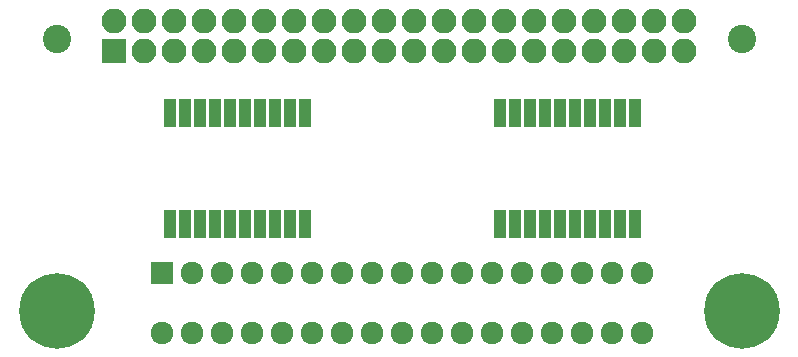
<source format=gbs>
G04 #@! TF.FileFunction,Soldermask,Bot*
%FSLAX46Y46*%
G04 Gerber Fmt 4.6, Leading zero omitted, Abs format (unit mm)*
G04 Created by KiCad (PCBNEW 4.0.7) date 01/19/18 22:00:28*
%MOMM*%
%LPD*%
G01*
G04 APERTURE LIST*
%ADD10C,0.100000*%
%ADD11R,1.924000X1.924000*%
%ADD12C,1.924000*%
%ADD13R,1.000000X2.350000*%
%ADD14C,6.400000*%
%ADD15C,2.400000*%
%ADD16R,2.100000X2.100000*%
%ADD17O,2.100000X2.100000*%
G04 APERTURE END LIST*
D10*
D11*
X133350000Y-111760000D03*
D12*
X133350000Y-116840000D03*
X135890000Y-111760000D03*
X135890000Y-116840000D03*
X138430000Y-111760000D03*
X138430000Y-116840000D03*
X140970000Y-111760000D03*
X140970000Y-116840000D03*
X143510000Y-111760000D03*
X143510000Y-116840000D03*
X146050000Y-111760000D03*
X146050000Y-116840000D03*
X148590000Y-111760000D03*
X148590000Y-116840000D03*
X151130000Y-111760000D03*
X151130000Y-116840000D03*
X153670000Y-111760000D03*
X153670000Y-116840000D03*
X156210000Y-111760000D03*
X156210000Y-116840000D03*
X158750000Y-111760000D03*
X158750000Y-116840000D03*
X161290000Y-111760000D03*
X161290000Y-116840000D03*
X163830000Y-111760000D03*
X163830000Y-116840000D03*
X166370000Y-111760000D03*
X166370000Y-116840000D03*
X168910000Y-111760000D03*
X168910000Y-116840000D03*
X171450000Y-111760000D03*
X171450000Y-116840000D03*
X173990000Y-111760000D03*
X173990000Y-116840000D03*
D13*
X133985000Y-98170000D03*
X135255000Y-98170000D03*
X136525000Y-98170000D03*
X137795000Y-98170000D03*
X139065000Y-98170000D03*
X140335000Y-98170000D03*
X141605000Y-98170000D03*
X142875000Y-98170000D03*
X144145000Y-98170000D03*
X145415000Y-98170000D03*
X145415000Y-107570000D03*
X144145000Y-107570000D03*
X142875000Y-107570000D03*
X141605000Y-107570000D03*
X140335000Y-107570000D03*
X139065000Y-107570000D03*
X137795000Y-107570000D03*
X136525000Y-107570000D03*
X135255000Y-107570000D03*
X133985000Y-107570000D03*
X161925000Y-98170000D03*
X163195000Y-98170000D03*
X164465000Y-98170000D03*
X165735000Y-98170000D03*
X167005000Y-98170000D03*
X168275000Y-98170000D03*
X169545000Y-98170000D03*
X170815000Y-98170000D03*
X172085000Y-98170000D03*
X173355000Y-98170000D03*
X173355000Y-107570000D03*
X172085000Y-107570000D03*
X170815000Y-107570000D03*
X169545000Y-107570000D03*
X168275000Y-107570000D03*
X167005000Y-107570000D03*
X165735000Y-107570000D03*
X164465000Y-107570000D03*
X163195000Y-107570000D03*
X161925000Y-107570000D03*
D14*
X124404000Y-114915000D03*
D15*
X124404000Y-91915000D03*
X182404000Y-91915000D03*
D14*
X182404000Y-114915000D03*
X182404000Y-114915000D03*
D15*
X182404000Y-91915000D03*
X124404000Y-91915000D03*
D14*
X124404000Y-114915000D03*
D16*
X129261000Y-92938600D03*
D17*
X129261000Y-90398600D03*
X131801000Y-92938600D03*
X131801000Y-90398600D03*
X134341000Y-92938600D03*
X134341000Y-90398600D03*
X136881000Y-92938600D03*
X136881000Y-90398600D03*
X139421000Y-92938600D03*
X139421000Y-90398600D03*
X141961000Y-92938600D03*
X141961000Y-90398600D03*
X144501000Y-92938600D03*
X144501000Y-90398600D03*
X147041000Y-92938600D03*
X147041000Y-90398600D03*
X149581000Y-92938600D03*
X149581000Y-90398600D03*
X152121000Y-92938600D03*
X152121000Y-90398600D03*
X154661000Y-92938600D03*
X154661000Y-90398600D03*
X157201000Y-92938600D03*
X157201000Y-90398600D03*
X159741000Y-92938600D03*
X159741000Y-90398600D03*
X162281000Y-92938600D03*
X162281000Y-90398600D03*
X164821000Y-92938600D03*
X164821000Y-90398600D03*
X167361000Y-92938600D03*
X167361000Y-90398600D03*
X169901000Y-92938600D03*
X169901000Y-90398600D03*
X172441000Y-92938600D03*
X172441000Y-90398600D03*
X174981000Y-92938600D03*
X174981000Y-90398600D03*
X177521000Y-92938600D03*
X177521000Y-90398600D03*
M02*

</source>
